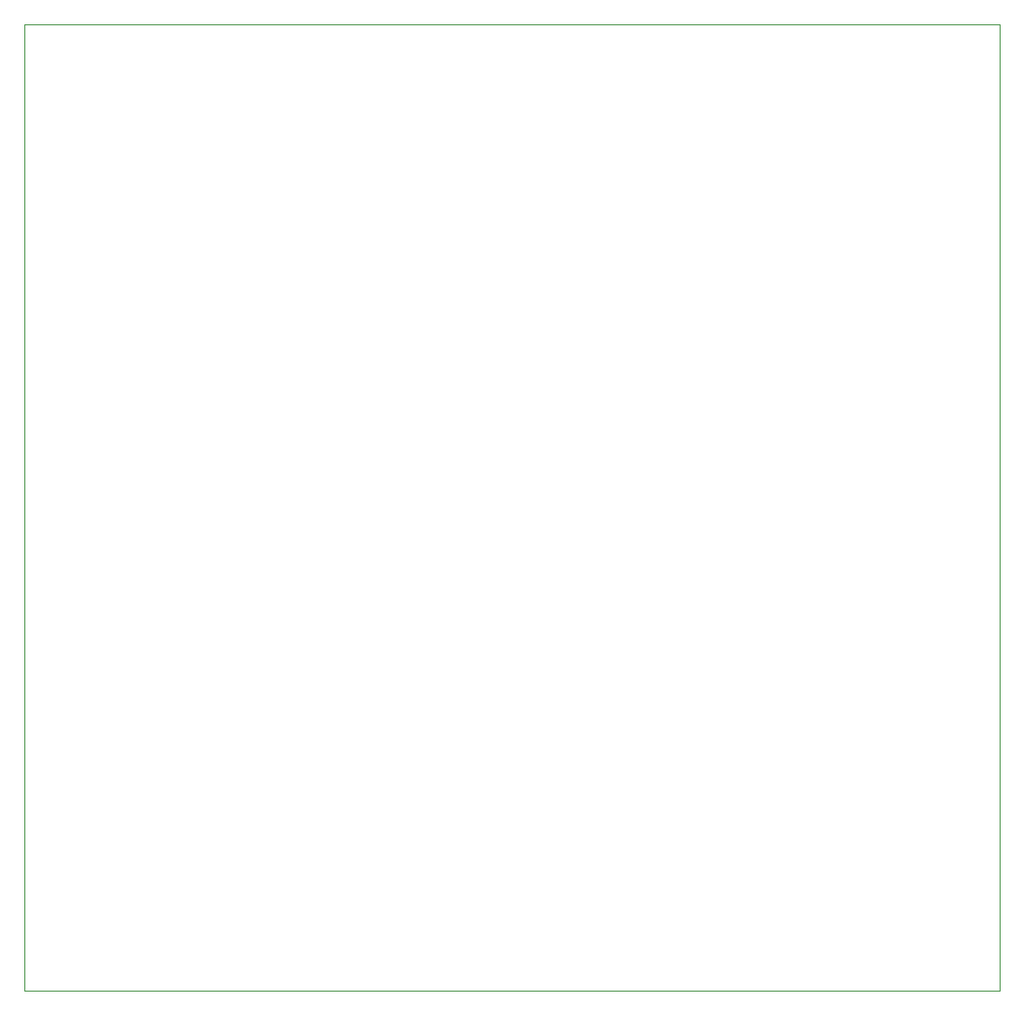
<source format=gbr>
G04 #@! TF.GenerationSoftware,KiCad,Pcbnew,(5.1.2-1)-1*
G04 #@! TF.CreationDate,2021-05-31T13:25:01-04:00*
G04 #@! TF.ProjectId,Voltage Quantizer - MFOS,566f6c74-6167-4652-9051-75616e74697a,rev?*
G04 #@! TF.SameCoordinates,Original*
G04 #@! TF.FileFunction,Profile,NP*
%FSLAX46Y46*%
G04 Gerber Fmt 4.6, Leading zero omitted, Abs format (unit mm)*
G04 Created by KiCad (PCBNEW (5.1.2-1)-1) date 2021-05-31 13:25:01*
%MOMM*%
%LPD*%
G04 APERTURE LIST*
%ADD10C,0.050000*%
G04 APERTURE END LIST*
D10*
X100330000Y-12192000D02*
X12192000Y-12192000D01*
X100330000Y-99568000D02*
X100330000Y-12192000D01*
X12192000Y-99568000D02*
X100330000Y-99568000D01*
X12192000Y-12192000D02*
X12192000Y-99568000D01*
M02*

</source>
